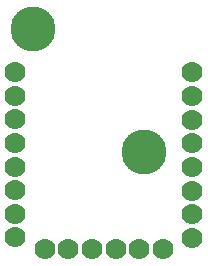
<source format=gbs>
G04 Layer_Color=16711935*
%FSAX24Y24*%
%MOIN*%
G70*
G01*
G75*
%ADD27C,0.1500*%
%ADD28C,0.0700*%
D27*
X035500Y032650D02*
D03*
X039200Y028550D02*
D03*
D28*
X034925Y031200D02*
D03*
Y030420D02*
D03*
Y029630D02*
D03*
Y028850D02*
D03*
Y028050D02*
D03*
Y027270D02*
D03*
Y026490D02*
D03*
Y025700D02*
D03*
X035900Y025305D02*
D03*
X036680D02*
D03*
X037460D02*
D03*
X038260D02*
D03*
X039040D02*
D03*
X039840D02*
D03*
X040825Y025690D02*
D03*
Y026480D02*
D03*
Y027260D02*
D03*
Y028050D02*
D03*
Y028840D02*
D03*
Y029620D02*
D03*
Y030420D02*
D03*
Y031200D02*
D03*
M02*

</source>
